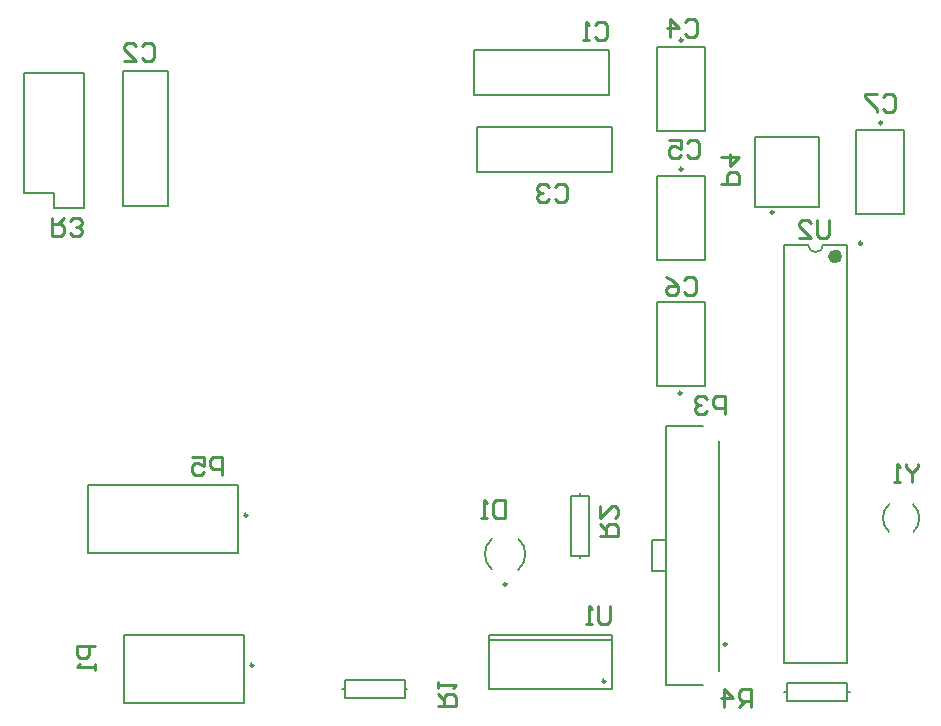
<source format=gbr>
%TF.GenerationSoftware,Altium Limited,Altium Designer,20.2.7 (254)*%
G04 Layer_Color=32896*
%FSLAX26Y26*%
%MOIN*%
%TF.SameCoordinates,9B8E3E2B-FE8D-437B-BC4F-748A5F5A7EBC*%
%TF.FilePolarity,Positive*%
%TF.FileFunction,Legend,Bot*%
%TF.Part,Single*%
G01*
G75*
%TA.AperFunction,NonConductor*%
%ADD12C,0.010000*%
%ADD36C,0.009842*%
%ADD37C,0.007874*%
%ADD38C,0.023622*%
D12*
X2463000Y1012000D02*
Y1071981D01*
X2433010D01*
X2423013Y1061984D01*
Y1041990D01*
X2433010Y1031994D01*
X2463000D01*
X2403019Y1061984D02*
X2393023Y1071981D01*
X2373029D01*
X2363032Y1061984D01*
Y1051987D01*
X2373029Y1041990D01*
X2383026D01*
X2373029D01*
X2363032Y1031994D01*
Y1021997D01*
X2373029Y1012000D01*
X2393023D01*
X2403019Y1021997D01*
X364360Y239003D02*
X304380D01*
Y209013D01*
X314377Y199016D01*
X334370D01*
X344367Y209013D01*
Y239003D01*
X364360Y179022D02*
Y159029D01*
Y169026D01*
X304380D01*
X314377Y179022D01*
X3105000Y845981D02*
Y835984D01*
X3085006Y815990D01*
X3065013Y835984D01*
Y845981D01*
X3085006Y815990D02*
Y786000D01*
X3045019D02*
X3025026D01*
X3035023D01*
Y845981D01*
X3045019Y835984D01*
X2809984Y1659990D02*
Y1610006D01*
X2799987Y1600010D01*
X2779994D01*
X2769997Y1610006D01*
Y1659990D01*
X2710016Y1600010D02*
X2750003D01*
X2710016Y1639997D01*
Y1649994D01*
X2720013Y1659990D01*
X2740006D01*
X2750003Y1649994D01*
X2079000Y370981D02*
Y320997D01*
X2069003Y311000D01*
X2049010D01*
X2039013Y320997D01*
Y370981D01*
X2019019Y311000D02*
X1999026D01*
X2009023D01*
Y370981D01*
X2019019Y360984D01*
X2549984Y35010D02*
Y94990D01*
X2519994D01*
X2509997Y84993D01*
Y65000D01*
X2519994Y55003D01*
X2549984D01*
X2529990D02*
X2509997Y35010D01*
X2460013D02*
Y94990D01*
X2490003Y65000D01*
X2450016D01*
X219000Y1666000D02*
Y1606019D01*
X248990D01*
X258987Y1616016D01*
Y1636010D01*
X248990Y1646006D01*
X219000D01*
X238994D02*
X258987Y1666000D01*
X278981Y1616016D02*
X288977Y1606019D01*
X308971D01*
X318968Y1616016D01*
Y1626013D01*
X308971Y1636010D01*
X298974D01*
X308971D01*
X318968Y1646006D01*
Y1656003D01*
X308971Y1666000D01*
X288977D01*
X278981Y1656003D01*
X2045010Y605016D02*
X2104990D01*
Y635006D01*
X2094994Y645003D01*
X2075000D01*
X2065003Y635006D01*
Y605016D01*
Y625010D02*
X2045010Y645003D01*
Y704984D02*
Y664997D01*
X2084997Y704984D01*
X2094994D01*
X2104990Y694987D01*
Y674994D01*
X2094994Y664997D01*
X1507000Y39000D02*
X1566981D01*
Y68990D01*
X1556984Y78987D01*
X1536990D01*
X1526994Y68990D01*
Y39000D01*
Y58993D02*
X1507000Y78987D01*
Y98981D02*
Y118974D01*
Y108977D01*
X1566981D01*
X1556984Y98981D01*
X784984Y810010D02*
Y869990D01*
X754994D01*
X744997Y859994D01*
Y840000D01*
X754994Y830003D01*
X784984D01*
X685016Y869990D02*
X725003D01*
Y840000D01*
X705010Y849997D01*
X695013D01*
X685016Y840000D01*
Y820006D01*
X695013Y810010D01*
X715006D01*
X725003Y820006D01*
X2450010Y1778204D02*
X2509990D01*
Y1808195D01*
X2499994Y1818191D01*
X2480000D01*
X2470003Y1808195D01*
Y1778204D01*
X2450010Y1868175D02*
X2509990D01*
X2480000Y1838185D01*
Y1878172D01*
X1729000Y725981D02*
Y666000D01*
X1699010D01*
X1689013Y675997D01*
Y715984D01*
X1699010Y725981D01*
X1729000D01*
X1669019Y666000D02*
X1649026D01*
X1659023D01*
Y725981D01*
X1669019Y715984D01*
X2989997Y2069994D02*
X2999994Y2079990D01*
X3019987D01*
X3029984Y2069994D01*
Y2030006D01*
X3019987Y2020010D01*
X2999994D01*
X2989997Y2030006D01*
X2970003Y2079990D02*
X2930016D01*
Y2069994D01*
X2970003Y2030006D01*
Y2020010D01*
X2324997Y1459994D02*
X2334994Y1469990D01*
X2354987D01*
X2364984Y1459994D01*
Y1420006D01*
X2354987Y1410010D01*
X2334994D01*
X2324997Y1420006D01*
X2265016Y1469990D02*
X2285010Y1459994D01*
X2305003Y1440000D01*
Y1420006D01*
X2295006Y1410010D01*
X2275013D01*
X2265016Y1420006D01*
Y1430003D01*
X2275013Y1440000D01*
X2305003D01*
X2334997Y1914994D02*
X2344994Y1924990D01*
X2364987D01*
X2374984Y1914994D01*
Y1875006D01*
X2364987Y1865010D01*
X2344994D01*
X2334997Y1875006D01*
X2275016Y1924990D02*
X2315003D01*
Y1895000D01*
X2295010Y1904997D01*
X2285013D01*
X2275016Y1895000D01*
Y1875006D01*
X2285013Y1865010D01*
X2305006D01*
X2315003Y1875006D01*
X2329997Y2319994D02*
X2339994Y2329990D01*
X2359987D01*
X2369984Y2319994D01*
Y2280006D01*
X2359987Y2270010D01*
X2339994D01*
X2329997Y2280006D01*
X2280013Y2270010D02*
Y2329990D01*
X2310003Y2300000D01*
X2270016D01*
X1894997Y1769994D02*
X1904994Y1779990D01*
X1924987D01*
X1934984Y1769994D01*
Y1730006D01*
X1924987Y1720010D01*
X1904994D01*
X1894997Y1730006D01*
X1875003Y1769994D02*
X1865006Y1779990D01*
X1845013D01*
X1835016Y1769994D01*
Y1759997D01*
X1845013Y1750000D01*
X1855010D01*
X1845013D01*
X1835016Y1740003D01*
Y1730006D01*
X1845013Y1720010D01*
X1865006D01*
X1875003Y1730006D01*
X521013Y2238984D02*
X531010Y2248981D01*
X551003D01*
X561000Y2238984D01*
Y2198997D01*
X551003Y2189000D01*
X531010D01*
X521013Y2198997D01*
X461032Y2189000D02*
X501019D01*
X461032Y2228987D01*
Y2238984D01*
X471029Y2248981D01*
X491023D01*
X501019Y2238984D01*
X2029013Y2308984D02*
X2039010Y2318981D01*
X2059003D01*
X2069000Y2308984D01*
Y2268997D01*
X2059003Y2259000D01*
X2039010D01*
X2029013Y2268997D01*
X2009019Y2259000D02*
X1989026D01*
X1999023D01*
Y2318981D01*
X2009019Y2308984D01*
D36*
X870669Y675000D02*
G03*
X870669Y675000I-5000J0D01*
G01*
X1734921Y444606D02*
G03*
X1734921Y444606I-4921J0D01*
G01*
X2468227Y244451D02*
G03*
X2468227Y244451I-4921J0D01*
G01*
X2986476Y1983110D02*
G03*
X2986476Y1983110I-4921J0D01*
G01*
X2321476Y2258110D02*
G03*
X2321476Y2258110I-4921J0D01*
G01*
X2919921Y1581181D02*
G03*
X2919921Y1581181I-4921J0D01*
G01*
X2321476Y1828110D02*
G03*
X2321476Y1828110I-4921J0D01*
G01*
X2318366Y1081890D02*
G03*
X2318366Y1081890I-4921J0D01*
G01*
X2624921Y1684330D02*
G03*
X2624921Y1684330I-4921J0D01*
G01*
X890669Y175000D02*
G03*
X890669Y175000I-5000J0D01*
G01*
X2064055Y121693D02*
G03*
X2064055Y121693I-4921J0D01*
G01*
D37*
X1774094Y493819D02*
G03*
X1774094Y596181I-44039J51181D01*
G01*
X1685906D02*
G03*
X1685905Y493819I44039J-51181D01*
G01*
X2740000Y1576850D02*
G03*
X2790000Y1576850I25000J0D01*
G01*
X3010399Y711823D02*
G03*
X3009758Y619518I39601J-46429D01*
G01*
X3090242Y619125D02*
G03*
X3089601Y711430I-40242J45875D01*
G01*
X340000Y549804D02*
Y775000D01*
X840000D01*
Y549804D02*
Y775000D01*
X340000Y549804D02*
X840000D01*
X1635000Y1970000D02*
X2085000D01*
Y1820000D02*
Y1970000D01*
X1635000Y1820000D02*
X2085000D01*
X1635000D02*
Y1970000D01*
X2266062Y108624D02*
Y970830D01*
Y108624D02*
X2390866D01*
X2266062Y970828D02*
X2390866D01*
X2444016Y155670D02*
Y923782D01*
X2218818Y488544D02*
X2266062D01*
X2218818D02*
Y590906D01*
X2266062D01*
X2899882Y1680040D02*
X3060118D01*
X2899882Y1959960D02*
X3060118D01*
Y1680040D02*
Y1959960D01*
X2899882Y1680040D02*
Y1959960D01*
X2234882Y1955040D02*
X2395118D01*
X2234882Y2234960D02*
X2395118D01*
Y1955040D02*
Y2234960D01*
X2234882Y1955040D02*
Y2234960D01*
X455000Y1705000D02*
X605000D01*
Y2155000D01*
X455000D02*
X605000D01*
X455000Y1705000D02*
Y2155000D01*
X2869330Y183150D02*
Y1576850D01*
X2660670Y183150D02*
Y1576850D01*
X2790000D02*
X2869330D01*
X2660670D02*
X2740000D01*
X2660670Y183150D02*
X2869330D01*
X2670000Y85000D02*
Y115000D01*
X2870000D01*
Y55000D02*
Y115000D01*
X2670000Y55000D02*
X2870000D01*
X2670000D02*
Y85000D01*
X2870000D02*
X2879000D01*
X2661000D02*
X2670000D01*
X2075000Y2075000D02*
Y2225000D01*
X1625000D02*
X2075000D01*
X1625000Y2075000D02*
Y2225000D01*
Y2075000D02*
X2075000D01*
X2234882Y1525040D02*
Y1804960D01*
X2395118Y1525040D02*
Y1804960D01*
X2234882D02*
X2395118D01*
X2234882Y1525040D02*
X2395118D01*
Y1105040D02*
Y1384960D01*
X2234882Y1105040D02*
Y1384960D01*
Y1105040D02*
X2395118D01*
X2234882Y1384960D02*
X2395118D01*
X2563308Y1701062D02*
X2776692D01*
X2563308D02*
Y1935314D01*
X2776692D01*
Y1701062D02*
Y1935314D01*
X125000Y1750000D02*
Y2150000D01*
Y1750000D02*
X225000D01*
Y1700000D02*
Y1750000D01*
Y1700000D02*
X325000D01*
Y2150000D01*
X125000D02*
X325000D01*
X460000Y49804D02*
X860000D01*
Y275000D01*
X460000D02*
X860000D01*
X460000Y49804D02*
Y275000D01*
X1675276Y277204D02*
X2084724D01*
X1675276Y96102D02*
Y277204D01*
Y96102D02*
X2084724D01*
Y277204D01*
X1675276Y257520D02*
X2084724D01*
X1980000Y531000D02*
Y540000D01*
Y740000D02*
Y749000D01*
Y540000D02*
X2010000D01*
Y740000D01*
X1950000D02*
X2010000D01*
X1950000Y540000D02*
Y740000D01*
Y540000D02*
X1980000D01*
X1395000Y95000D02*
X1404000D01*
X1186000D02*
X1195000D01*
X1395000D02*
Y125000D01*
X1195000D02*
X1395000D01*
X1195000Y65000D02*
Y125000D01*
Y65000D02*
X1395000D01*
Y95000D01*
D38*
X2841772Y1537480D02*
G03*
X2841772Y1537480I-11811J0D01*
G01*
%TF.MD5,71c1488b1016cd725a3d0c7152010348*%
M02*

</source>
